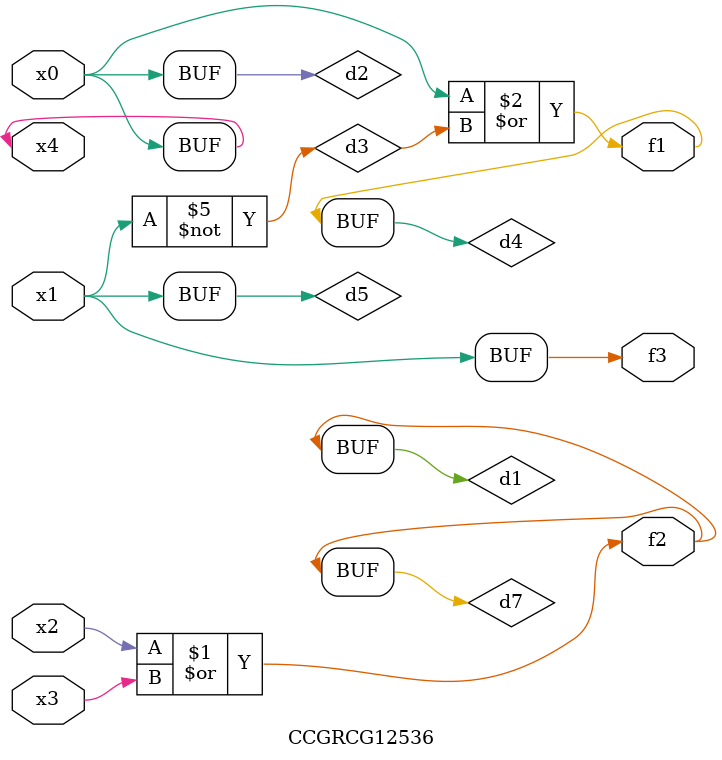
<source format=v>
module CCGRCG12536(
	input x0, x1, x2, x3, x4,
	output f1, f2, f3
);

	wire d1, d2, d3, d4, d5, d6, d7;

	or (d1, x2, x3);
	buf (d2, x0, x4);
	not (d3, x1);
	or (d4, d2, d3);
	not (d5, d3);
	nand (d6, d1, d3);
	or (d7, d1);
	assign f1 = d4;
	assign f2 = d7;
	assign f3 = d5;
endmodule

</source>
